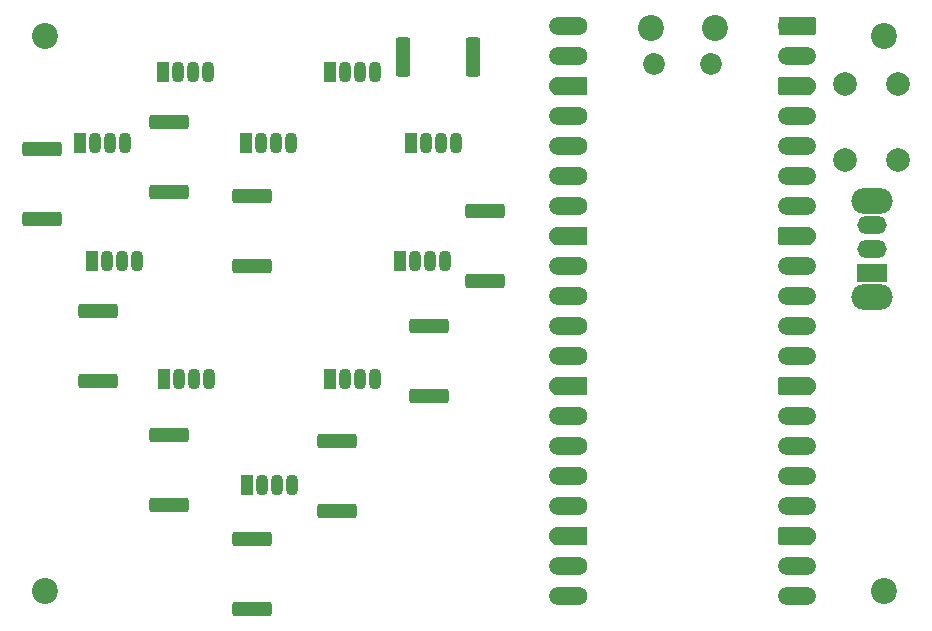
<source format=gbr>
%TF.GenerationSoftware,KiCad,Pcbnew,9.0.5*%
%TF.CreationDate,2025-10-04T16:27:51-04:00*%
%TF.ProjectId,LightBoard-Gift,4c696768-7442-46f6-9172-642d47696674,rev?*%
%TF.SameCoordinates,Original*%
%TF.FileFunction,Soldermask,Bot*%
%TF.FilePolarity,Negative*%
%FSLAX46Y46*%
G04 Gerber Fmt 4.6, Leading zero omitted, Abs format (unit mm)*
G04 Created by KiCad (PCBNEW 9.0.5) date 2025-10-04 16:27:51*
%MOMM*%
%LPD*%
G01*
G04 APERTURE LIST*
G04 Aperture macros list*
%AMRoundRect*
0 Rectangle with rounded corners*
0 $1 Rounding radius*
0 $2 $3 $4 $5 $6 $7 $8 $9 X,Y pos of 4 corners*
0 Add a 4 corners polygon primitive as box body*
4,1,4,$2,$3,$4,$5,$6,$7,$8,$9,$2,$3,0*
0 Add four circle primitives for the rounded corners*
1,1,$1+$1,$2,$3*
1,1,$1+$1,$4,$5*
1,1,$1+$1,$6,$7*
1,1,$1+$1,$8,$9*
0 Add four rect primitives between the rounded corners*
20,1,$1+$1,$2,$3,$4,$5,0*
20,1,$1+$1,$4,$5,$6,$7,0*
20,1,$1+$1,$6,$7,$8,$9,0*
20,1,$1+$1,$8,$9,$2,$3,0*%
%AMFreePoly0*
4,1,37,0.800000,0.796148,0.878414,0.796148,1.032228,0.765552,1.177117,0.705537,1.307515,0.618408,1.418408,0.507515,1.505537,0.377117,1.565552,0.232228,1.596148,0.078414,1.596148,-0.078414,1.565552,-0.232228,1.505537,-0.377117,1.418408,-0.507515,1.307515,-0.618408,1.177117,-0.705537,1.032228,-0.765552,0.878414,-0.796148,0.800000,-0.796148,0.800000,-0.800000,-1.400000,-0.800000,
-1.403843,-0.796157,-1.439018,-0.796157,-1.511114,-0.766294,-1.566294,-0.711114,-1.596157,-0.639018,-1.596157,-0.603843,-1.600000,-0.600000,-1.600000,0.600000,-1.596157,0.603843,-1.596157,0.639018,-1.566294,0.711114,-1.511114,0.766294,-1.439018,0.796157,-1.403843,0.796157,-1.400000,0.800000,0.800000,0.800000,0.800000,0.796148,0.800000,0.796148,$1*%
%AMFreePoly1*
4,1,37,1.403843,0.796157,1.439018,0.796157,1.511114,0.766294,1.566294,0.711114,1.596157,0.639018,1.596157,0.603843,1.600000,0.600000,1.600000,-0.600000,1.596157,-0.603843,1.596157,-0.639018,1.566294,-0.711114,1.511114,-0.766294,1.439018,-0.796157,1.403843,-0.796157,1.400000,-0.800000,-0.800000,-0.800000,-0.800000,-0.796148,-0.878414,-0.796148,-1.032228,-0.765552,-1.177117,-0.705537,
-1.307515,-0.618408,-1.418408,-0.507515,-1.505537,-0.377117,-1.565552,-0.232228,-1.596148,-0.078414,-1.596148,0.078414,-1.565552,0.232228,-1.505537,0.377117,-1.418408,0.507515,-1.307515,0.618408,-1.177117,0.705537,-1.032228,0.765552,-0.878414,0.796148,-0.800000,0.796148,-0.800000,0.800000,1.400000,0.800000,1.403843,0.796157,1.403843,0.796157,$1*%
%AMFreePoly2*
4,1,37,0.603843,0.796157,0.639018,0.796157,0.711114,0.766294,0.766294,0.711114,0.796157,0.639018,0.796157,0.603843,0.800000,0.600000,0.800000,-0.600000,0.796157,-0.603843,0.796157,-0.639018,0.766294,-0.711114,0.711114,-0.766294,0.639018,-0.796157,0.603843,-0.796157,0.600000,-0.800000,0.000000,-0.800000,0.000000,-0.796148,-0.078414,-0.796148,-0.232228,-0.765552,-0.377117,-0.705537,
-0.507515,-0.618408,-0.618408,-0.507515,-0.705537,-0.377117,-0.765552,-0.232228,-0.796148,-0.078414,-0.796148,0.078414,-0.765552,0.232228,-0.705537,0.377117,-0.618408,0.507515,-0.507515,0.618408,-0.377117,0.705537,-0.232228,0.765552,-0.078414,0.796148,0.000000,0.796148,0.000000,0.800000,0.600000,0.800000,0.603843,0.796157,0.603843,0.796157,$1*%
%AMFreePoly3*
4,1,37,0.000000,0.796148,0.078414,0.796148,0.232228,0.765552,0.377117,0.705537,0.507515,0.618408,0.618408,0.507515,0.705537,0.377117,0.765552,0.232228,0.796148,0.078414,0.796148,-0.078414,0.765552,-0.232228,0.705537,-0.377117,0.618408,-0.507515,0.507515,-0.618408,0.377117,-0.705537,0.232228,-0.765552,0.078414,-0.796148,0.000000,-0.796148,0.000000,-0.800000,-0.600000,-0.800000,
-0.603843,-0.796157,-0.639018,-0.796157,-0.711114,-0.766294,-0.766294,-0.711114,-0.796157,-0.639018,-0.796157,-0.603843,-0.800000,-0.600000,-0.800000,0.600000,-0.796157,0.603843,-0.796157,0.639018,-0.766294,0.711114,-0.711114,0.766294,-0.639018,0.796157,-0.603843,0.796157,-0.600000,0.800000,0.000000,0.800000,0.000000,0.796148,0.000000,0.796148,$1*%
G04 Aperture macros list end*
%ADD10R,1.070000X1.800000*%
%ADD11O,1.070000X1.800000*%
%ADD12C,2.200000*%
%ADD13C,2.000000*%
%ADD14O,3.500000X2.200000*%
%ADD15R,2.500000X1.500000*%
%ADD16O,2.500000X1.500000*%
%ADD17RoundRect,0.250000X-1.425000X0.362500X-1.425000X-0.362500X1.425000X-0.362500X1.425000X0.362500X0*%
%ADD18RoundRect,0.250000X-0.362500X-1.425000X0.362500X-1.425000X0.362500X1.425000X-0.362500X1.425000X0*%
%ADD19C,1.850000*%
%ADD20FreePoly0,180.000000*%
%ADD21RoundRect,0.200000X0.600000X0.600000X-0.600000X0.600000X-0.600000X-0.600000X0.600000X-0.600000X0*%
%ADD22RoundRect,0.800000X0.800000X0.000010X-0.800000X0.000010X-0.800000X-0.000010X0.800000X-0.000010X0*%
%ADD23C,1.600000*%
%ADD24FreePoly1,180.000000*%
%ADD25FreePoly2,180.000000*%
%ADD26FreePoly3,180.000000*%
G04 APERTURE END LIST*
D10*
%TO.C,D5*%
X96095000Y-63000000D03*
D11*
X97365000Y-63000000D03*
X98635000Y-63000000D03*
X99905000Y-63000000D03*
%TD*%
D10*
%TO.C,D6*%
X89095000Y-54000000D03*
D11*
X90365000Y-54000000D03*
X91635000Y-54000000D03*
X92905000Y-54000000D03*
%TD*%
D10*
%TO.C,D7*%
X83000000Y-44000000D03*
D11*
X84270000Y-44000000D03*
X85540000Y-44000000D03*
X86810000Y-44000000D03*
%TD*%
D12*
%TO.C,H3*%
X150000000Y-72000000D03*
%TD*%
D13*
%TO.C,SW1*%
X151250000Y-29000000D03*
X151250000Y-35500000D03*
X146750000Y-29000000D03*
X146750000Y-35500000D03*
%TD*%
D12*
%TO.C,H2*%
X79000000Y-72000000D03*
%TD*%
D10*
%TO.C,D8*%
X82000000Y-34000000D03*
D11*
X83270000Y-34000000D03*
X84540000Y-34000000D03*
X85810000Y-34000000D03*
%TD*%
D10*
%TO.C,D2*%
X110000000Y-34000000D03*
D11*
X111270000Y-34000000D03*
X112540000Y-34000000D03*
X113810000Y-34000000D03*
%TD*%
D10*
%TO.C,D1*%
X103095000Y-28000000D03*
D11*
X104365000Y-28000000D03*
X105635000Y-28000000D03*
X106905000Y-28000000D03*
%TD*%
D14*
%TO.C,SW2*%
X149000000Y-47100000D03*
X149000000Y-38900000D03*
D15*
X149000000Y-45000000D03*
D16*
X149000000Y-43000000D03*
X149000000Y-41000000D03*
%TD*%
D10*
%TO.C,D9*%
X89000000Y-28000000D03*
D11*
X90270000Y-28000000D03*
X91540000Y-28000000D03*
X92810000Y-28000000D03*
%TD*%
D10*
%TO.C,D0*%
X96000000Y-34000000D03*
D11*
X97270000Y-34000000D03*
X98540000Y-34000000D03*
X99810000Y-34000000D03*
%TD*%
D12*
%TO.C,H1*%
X79000000Y-25000000D03*
%TD*%
D10*
%TO.C,D3*%
X109095000Y-44000000D03*
D11*
X110365000Y-44000000D03*
X111635000Y-44000000D03*
X112905000Y-44000000D03*
%TD*%
D10*
%TO.C,D4*%
X103095000Y-54000000D03*
D11*
X104365000Y-54000000D03*
X105635000Y-54000000D03*
X106905000Y-54000000D03*
%TD*%
D12*
%TO.C,H4*%
X150000000Y-25000000D03*
%TD*%
D17*
%TO.C,R9*%
X78750000Y-34537500D03*
X78750000Y-40462500D03*
%TD*%
%TO.C,R5*%
X96500000Y-67537500D03*
X96500000Y-73462500D03*
%TD*%
%TO.C,R7*%
X83500000Y-48287500D03*
X83500000Y-54212500D03*
%TD*%
%TO.C,R8*%
X89500000Y-32287500D03*
X89500000Y-38212500D03*
%TD*%
D18*
%TO.C,R1*%
X109287500Y-26750000D03*
X115212500Y-26750000D03*
%TD*%
D17*
%TO.C,R3*%
X111500000Y-49537500D03*
X111500000Y-55462500D03*
%TD*%
%TO.C,R6*%
X89500000Y-58787500D03*
X89500000Y-64712500D03*
%TD*%
%TO.C,R2*%
X116250000Y-39787500D03*
X116250000Y-45712500D03*
%TD*%
%TO.C,R4*%
X103750000Y-59287500D03*
X103750000Y-65212500D03*
%TD*%
%TO.C,R0*%
X96500000Y-38537500D03*
X96500000Y-44462500D03*
%TD*%
D12*
%TO.C,A1*%
X135725000Y-24287500D03*
D19*
X135425000Y-27317500D03*
X130575000Y-27317500D03*
D12*
X130275000Y-24287500D03*
D20*
X142690000Y-24157500D03*
D21*
X141890000Y-24157500D03*
D22*
X142690000Y-26697500D03*
D23*
X141890000Y-26697500D03*
D24*
X142690000Y-29237500D03*
D25*
X141890000Y-29237500D03*
D22*
X142690000Y-31777500D03*
D23*
X141890000Y-31777500D03*
D22*
X142690000Y-34317500D03*
D23*
X141890000Y-34317500D03*
D22*
X142690000Y-36857500D03*
D23*
X141890000Y-36857500D03*
D22*
X142690000Y-39397500D03*
D23*
X141890000Y-39397500D03*
D24*
X142690000Y-41937500D03*
D25*
X141890000Y-41937500D03*
D22*
X142690000Y-44477500D03*
D23*
X141890000Y-44477500D03*
D22*
X142690000Y-47017500D03*
D23*
X141890000Y-47017500D03*
D22*
X142690000Y-49557500D03*
D23*
X141890000Y-49557500D03*
D22*
X142690000Y-52097500D03*
D23*
X141890000Y-52097500D03*
D24*
X142690000Y-54637500D03*
D25*
X141890000Y-54637500D03*
D22*
X142690000Y-57177500D03*
D23*
X141890000Y-57177500D03*
D22*
X142690000Y-59717500D03*
D23*
X141890000Y-59717500D03*
D22*
X142690000Y-62257500D03*
D23*
X141890000Y-62257500D03*
D22*
X142690000Y-64797500D03*
D23*
X141890000Y-64797500D03*
D24*
X142690000Y-67337500D03*
D25*
X141890000Y-67337500D03*
D22*
X142690000Y-69877500D03*
D23*
X141890000Y-69877500D03*
D22*
X142690000Y-72417500D03*
D23*
X141890000Y-72417500D03*
X124110000Y-72417500D03*
D22*
X123310000Y-72417500D03*
D23*
X124110000Y-69877500D03*
D22*
X123310000Y-69877500D03*
D26*
X124110000Y-67337500D03*
D20*
X123310000Y-67337500D03*
D23*
X124110000Y-64797500D03*
D22*
X123310000Y-64797500D03*
D23*
X124110000Y-62257500D03*
D22*
X123310000Y-62257500D03*
D23*
X124110000Y-59717500D03*
D22*
X123310000Y-59717500D03*
D23*
X124110000Y-57177500D03*
D22*
X123310000Y-57177500D03*
D26*
X124110000Y-54637500D03*
D20*
X123310000Y-54637500D03*
D23*
X124110000Y-52097500D03*
D22*
X123310000Y-52097500D03*
D23*
X124110000Y-49557500D03*
D22*
X123310000Y-49557500D03*
D23*
X124110000Y-47017500D03*
D22*
X123310000Y-47017500D03*
D23*
X124110000Y-44477500D03*
D22*
X123310000Y-44477500D03*
D26*
X124110000Y-41937500D03*
D20*
X123310000Y-41937500D03*
D23*
X124110000Y-39397500D03*
D22*
X123310000Y-39397500D03*
D23*
X124110000Y-36857500D03*
D22*
X123310000Y-36857500D03*
D23*
X124110000Y-34317500D03*
D22*
X123310000Y-34317500D03*
D23*
X124110000Y-31777500D03*
D22*
X123310000Y-31777500D03*
D26*
X124110000Y-29237500D03*
D20*
X123310000Y-29237500D03*
D23*
X124110000Y-26697500D03*
D22*
X123310000Y-26697500D03*
D23*
X124110000Y-24157500D03*
D22*
X123310000Y-24157500D03*
%TD*%
M02*

</source>
